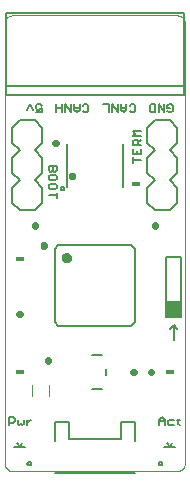
<source format=gto>
G75*
%MOIN*%
%OFA0B0*%
%FSLAX25Y25*%
%IPPOS*%
%LPD*%
%AMOC8*
5,1,8,0,0,1.08239X$1,22.5*
%
%ADD10C,0.00000*%
%ADD11C,0.00500*%
%ADD12C,0.01600*%
%ADD13C,0.00800*%
%ADD14C,0.02200*%
%ADD15R,0.03000X0.01800*%
%ADD16C,0.00600*%
%ADD17C,0.01575*%
%ADD18C,0.00200*%
D10*
X0042595Y0032058D02*
X0042595Y0178933D01*
X0042597Y0179031D01*
X0042603Y0179129D01*
X0042612Y0179227D01*
X0042626Y0179324D01*
X0042643Y0179421D01*
X0042664Y0179517D01*
X0042689Y0179612D01*
X0042717Y0179706D01*
X0042750Y0179798D01*
X0042785Y0179890D01*
X0042825Y0179980D01*
X0042867Y0180068D01*
X0042914Y0180155D01*
X0042963Y0180239D01*
X0043016Y0180322D01*
X0043072Y0180402D01*
X0043132Y0180481D01*
X0043194Y0180557D01*
X0043259Y0180630D01*
X0043327Y0180701D01*
X0043398Y0180769D01*
X0043471Y0180834D01*
X0043547Y0180896D01*
X0043626Y0180956D01*
X0043706Y0181012D01*
X0043789Y0181065D01*
X0043873Y0181114D01*
X0043960Y0181161D01*
X0044048Y0181203D01*
X0044138Y0181243D01*
X0044230Y0181278D01*
X0044322Y0181311D01*
X0044416Y0181339D01*
X0044511Y0181364D01*
X0044607Y0181385D01*
X0044704Y0181402D01*
X0044801Y0181416D01*
X0044899Y0181425D01*
X0044997Y0181431D01*
X0045095Y0181433D01*
X0100095Y0181433D01*
X0100193Y0181431D01*
X0100291Y0181425D01*
X0100389Y0181416D01*
X0100486Y0181402D01*
X0100583Y0181385D01*
X0100679Y0181364D01*
X0100774Y0181339D01*
X0100868Y0181311D01*
X0100960Y0181278D01*
X0101052Y0181243D01*
X0101142Y0181203D01*
X0101230Y0181161D01*
X0101317Y0181114D01*
X0101401Y0181065D01*
X0101484Y0181012D01*
X0101564Y0180956D01*
X0101643Y0180896D01*
X0101719Y0180834D01*
X0101792Y0180769D01*
X0101863Y0180701D01*
X0101931Y0180630D01*
X0101996Y0180557D01*
X0102058Y0180481D01*
X0102118Y0180402D01*
X0102174Y0180322D01*
X0102227Y0180239D01*
X0102276Y0180155D01*
X0102323Y0180068D01*
X0102365Y0179980D01*
X0102405Y0179890D01*
X0102440Y0179798D01*
X0102473Y0179706D01*
X0102501Y0179612D01*
X0102526Y0179517D01*
X0102547Y0179421D01*
X0102564Y0179324D01*
X0102578Y0179227D01*
X0102587Y0179129D01*
X0102593Y0179031D01*
X0102595Y0178933D01*
X0102595Y0032058D01*
X0102593Y0031960D01*
X0102587Y0031862D01*
X0102578Y0031764D01*
X0102564Y0031667D01*
X0102547Y0031570D01*
X0102526Y0031474D01*
X0102501Y0031379D01*
X0102473Y0031285D01*
X0102440Y0031193D01*
X0102405Y0031101D01*
X0102365Y0031011D01*
X0102323Y0030923D01*
X0102276Y0030836D01*
X0102227Y0030752D01*
X0102174Y0030669D01*
X0102118Y0030589D01*
X0102058Y0030510D01*
X0101996Y0030434D01*
X0101931Y0030361D01*
X0101863Y0030290D01*
X0101792Y0030222D01*
X0101719Y0030157D01*
X0101643Y0030095D01*
X0101564Y0030035D01*
X0101484Y0029979D01*
X0101401Y0029926D01*
X0101317Y0029877D01*
X0101230Y0029830D01*
X0101142Y0029788D01*
X0101052Y0029748D01*
X0100960Y0029713D01*
X0100868Y0029680D01*
X0100774Y0029652D01*
X0100679Y0029627D01*
X0100583Y0029606D01*
X0100486Y0029589D01*
X0100389Y0029575D01*
X0100291Y0029566D01*
X0100193Y0029560D01*
X0100095Y0029558D01*
X0045095Y0029558D01*
X0044997Y0029560D01*
X0044899Y0029566D01*
X0044801Y0029575D01*
X0044704Y0029589D01*
X0044607Y0029606D01*
X0044511Y0029627D01*
X0044416Y0029652D01*
X0044322Y0029680D01*
X0044230Y0029713D01*
X0044138Y0029748D01*
X0044048Y0029788D01*
X0043960Y0029830D01*
X0043873Y0029877D01*
X0043789Y0029926D01*
X0043706Y0029979D01*
X0043626Y0030035D01*
X0043547Y0030095D01*
X0043471Y0030157D01*
X0043398Y0030222D01*
X0043327Y0030290D01*
X0043259Y0030361D01*
X0043194Y0030434D01*
X0043132Y0030510D01*
X0043072Y0030589D01*
X0043016Y0030669D01*
X0042963Y0030752D01*
X0042914Y0030836D01*
X0042867Y0030923D01*
X0042825Y0031011D01*
X0042785Y0031101D01*
X0042750Y0031193D01*
X0042717Y0031285D01*
X0042689Y0031379D01*
X0042664Y0031474D01*
X0042643Y0031570D01*
X0042626Y0031667D01*
X0042612Y0031764D01*
X0042603Y0031862D01*
X0042597Y0031960D01*
X0042595Y0032058D01*
D11*
X0044095Y0044808D02*
X0044095Y0047510D01*
X0045446Y0047510D01*
X0045897Y0047060D01*
X0045897Y0046159D01*
X0045446Y0045709D01*
X0044095Y0045709D01*
X0047042Y0045258D02*
X0047492Y0044808D01*
X0047942Y0045258D01*
X0048393Y0044808D01*
X0048843Y0045258D01*
X0048843Y0046610D01*
X0049988Y0046610D02*
X0049988Y0044808D01*
X0049988Y0045709D02*
X0050889Y0046610D01*
X0051339Y0046610D01*
X0047042Y0046610D02*
X0047042Y0045258D01*
X0050095Y0032058D02*
X0050097Y0032108D01*
X0050103Y0032157D01*
X0050113Y0032206D01*
X0050126Y0032253D01*
X0050144Y0032300D01*
X0050165Y0032345D01*
X0050189Y0032388D01*
X0050217Y0032429D01*
X0050248Y0032468D01*
X0050282Y0032504D01*
X0050319Y0032538D01*
X0050359Y0032568D01*
X0050400Y0032595D01*
X0050444Y0032619D01*
X0050489Y0032639D01*
X0050536Y0032655D01*
X0050584Y0032668D01*
X0050633Y0032677D01*
X0050683Y0032682D01*
X0050732Y0032683D01*
X0050782Y0032680D01*
X0050831Y0032673D01*
X0050880Y0032662D01*
X0050927Y0032648D01*
X0050973Y0032629D01*
X0051018Y0032607D01*
X0051061Y0032582D01*
X0051101Y0032553D01*
X0051139Y0032521D01*
X0051175Y0032487D01*
X0051208Y0032449D01*
X0051237Y0032409D01*
X0051263Y0032367D01*
X0051286Y0032323D01*
X0051305Y0032277D01*
X0051321Y0032230D01*
X0051333Y0032181D01*
X0051341Y0032132D01*
X0051345Y0032083D01*
X0051345Y0032033D01*
X0051341Y0031984D01*
X0051333Y0031935D01*
X0051321Y0031886D01*
X0051305Y0031839D01*
X0051286Y0031793D01*
X0051263Y0031749D01*
X0051237Y0031707D01*
X0051208Y0031667D01*
X0051175Y0031629D01*
X0051139Y0031595D01*
X0051101Y0031563D01*
X0051061Y0031534D01*
X0051018Y0031509D01*
X0050973Y0031487D01*
X0050927Y0031468D01*
X0050880Y0031454D01*
X0050831Y0031443D01*
X0050782Y0031436D01*
X0050732Y0031433D01*
X0050683Y0031434D01*
X0050633Y0031439D01*
X0050584Y0031448D01*
X0050536Y0031461D01*
X0050489Y0031477D01*
X0050444Y0031497D01*
X0050400Y0031521D01*
X0050359Y0031548D01*
X0050319Y0031578D01*
X0050282Y0031612D01*
X0050248Y0031648D01*
X0050217Y0031687D01*
X0050189Y0031728D01*
X0050165Y0031771D01*
X0050144Y0031816D01*
X0050126Y0031863D01*
X0050113Y0031910D01*
X0050103Y0031959D01*
X0050097Y0032008D01*
X0050095Y0032058D01*
X0093845Y0032058D02*
X0093847Y0032108D01*
X0093853Y0032157D01*
X0093863Y0032206D01*
X0093876Y0032253D01*
X0093894Y0032300D01*
X0093915Y0032345D01*
X0093939Y0032388D01*
X0093967Y0032429D01*
X0093998Y0032468D01*
X0094032Y0032504D01*
X0094069Y0032538D01*
X0094109Y0032568D01*
X0094150Y0032595D01*
X0094194Y0032619D01*
X0094239Y0032639D01*
X0094286Y0032655D01*
X0094334Y0032668D01*
X0094383Y0032677D01*
X0094433Y0032682D01*
X0094482Y0032683D01*
X0094532Y0032680D01*
X0094581Y0032673D01*
X0094630Y0032662D01*
X0094677Y0032648D01*
X0094723Y0032629D01*
X0094768Y0032607D01*
X0094811Y0032582D01*
X0094851Y0032553D01*
X0094889Y0032521D01*
X0094925Y0032487D01*
X0094958Y0032449D01*
X0094987Y0032409D01*
X0095013Y0032367D01*
X0095036Y0032323D01*
X0095055Y0032277D01*
X0095071Y0032230D01*
X0095083Y0032181D01*
X0095091Y0032132D01*
X0095095Y0032083D01*
X0095095Y0032033D01*
X0095091Y0031984D01*
X0095083Y0031935D01*
X0095071Y0031886D01*
X0095055Y0031839D01*
X0095036Y0031793D01*
X0095013Y0031749D01*
X0094987Y0031707D01*
X0094958Y0031667D01*
X0094925Y0031629D01*
X0094889Y0031595D01*
X0094851Y0031563D01*
X0094811Y0031534D01*
X0094768Y0031509D01*
X0094723Y0031487D01*
X0094677Y0031468D01*
X0094630Y0031454D01*
X0094581Y0031443D01*
X0094532Y0031436D01*
X0094482Y0031433D01*
X0094433Y0031434D01*
X0094383Y0031439D01*
X0094334Y0031448D01*
X0094286Y0031461D01*
X0094239Y0031477D01*
X0094194Y0031497D01*
X0094150Y0031521D01*
X0094109Y0031548D01*
X0094069Y0031578D01*
X0094032Y0031612D01*
X0093998Y0031648D01*
X0093967Y0031687D01*
X0093939Y0031728D01*
X0093915Y0031771D01*
X0093894Y0031816D01*
X0093876Y0031863D01*
X0093863Y0031910D01*
X0093853Y0031959D01*
X0093847Y0032008D01*
X0093845Y0032058D01*
X0094095Y0044808D02*
X0094095Y0046610D01*
X0094996Y0047510D01*
X0095897Y0046610D01*
X0095897Y0044808D01*
X0097042Y0045258D02*
X0097492Y0044808D01*
X0098843Y0044808D01*
X0100439Y0045258D02*
X0100439Y0047060D01*
X0100889Y0046610D02*
X0099988Y0046610D01*
X0098843Y0046610D02*
X0097492Y0046610D01*
X0097042Y0046159D01*
X0097042Y0045258D01*
X0095897Y0046159D02*
X0094095Y0046159D01*
X0100439Y0045258D02*
X0100889Y0044808D01*
X0098845Y0073308D02*
X0098845Y0078308D01*
X0100095Y0077058D01*
X0098845Y0078308D02*
X0097595Y0077058D01*
X0096345Y0080808D02*
X0101345Y0080808D01*
X0101345Y0085808D01*
X0096345Y0085808D01*
X0096345Y0080808D01*
X0096345Y0100808D01*
X0101345Y0100808D01*
X0101345Y0080808D01*
X0096345Y0080808D01*
X0096345Y0081277D02*
X0101345Y0081277D01*
X0101345Y0081775D02*
X0096345Y0081775D01*
X0096345Y0082274D02*
X0101345Y0082274D01*
X0101345Y0082772D02*
X0096345Y0082772D01*
X0096345Y0083271D02*
X0101345Y0083271D01*
X0101345Y0083769D02*
X0096345Y0083769D01*
X0096345Y0084268D02*
X0101345Y0084268D01*
X0101345Y0084766D02*
X0096345Y0084766D01*
X0096345Y0085265D02*
X0101345Y0085265D01*
X0101345Y0085763D02*
X0096345Y0085763D01*
X0085268Y0132308D02*
X0085268Y0134110D01*
X0085268Y0133209D02*
X0087970Y0133209D01*
X0087970Y0135255D02*
X0087970Y0137056D01*
X0087970Y0138201D02*
X0085268Y0138201D01*
X0085268Y0139552D01*
X0085718Y0140003D01*
X0086619Y0140003D01*
X0087069Y0139552D01*
X0087069Y0138201D01*
X0087069Y0139102D02*
X0087970Y0140003D01*
X0087970Y0141148D02*
X0085268Y0141148D01*
X0086169Y0142048D01*
X0085268Y0142949D01*
X0087970Y0142949D01*
X0085268Y0137056D02*
X0085268Y0135255D01*
X0087970Y0135255D01*
X0086619Y0135255D02*
X0086619Y0136155D01*
X0085645Y0149106D02*
X0084744Y0149106D01*
X0084294Y0149556D01*
X0083149Y0150007D02*
X0083149Y0151808D01*
X0084294Y0151358D02*
X0084744Y0151808D01*
X0085645Y0151808D01*
X0086095Y0151358D01*
X0086095Y0149556D01*
X0085645Y0149106D01*
X0083149Y0150007D02*
X0082248Y0149106D01*
X0081347Y0150007D01*
X0081347Y0151808D01*
X0080202Y0151808D02*
X0080202Y0149106D01*
X0078401Y0151808D01*
X0078401Y0149106D01*
X0077256Y0149106D02*
X0077256Y0151808D01*
X0075454Y0151808D01*
X0070470Y0151358D02*
X0070470Y0149556D01*
X0070020Y0149106D01*
X0069119Y0149106D01*
X0068669Y0149556D01*
X0067524Y0150007D02*
X0067524Y0151808D01*
X0068669Y0151358D02*
X0069119Y0151808D01*
X0070020Y0151808D01*
X0070470Y0151358D01*
X0067524Y0150457D02*
X0065722Y0150457D01*
X0065722Y0150007D02*
X0065722Y0151808D01*
X0064577Y0151808D02*
X0064577Y0149106D01*
X0062776Y0151808D01*
X0062776Y0149106D01*
X0061631Y0149106D02*
X0061631Y0151808D01*
X0061631Y0150457D02*
X0059829Y0150457D01*
X0059829Y0149106D02*
X0059829Y0151808D01*
X0054845Y0151358D02*
X0054395Y0151808D01*
X0053494Y0151808D01*
X0053044Y0151358D01*
X0053044Y0150457D01*
X0053494Y0150007D01*
X0053944Y0150007D01*
X0054845Y0150457D01*
X0054845Y0149106D01*
X0053044Y0149106D01*
X0051899Y0150007D02*
X0050998Y0151808D01*
X0050097Y0150007D01*
X0057220Y0131183D02*
X0057220Y0129832D01*
X0057671Y0129382D01*
X0058121Y0129382D01*
X0058571Y0129832D01*
X0058571Y0131183D01*
X0057220Y0131183D02*
X0059922Y0131183D01*
X0059922Y0129832D01*
X0059472Y0129382D01*
X0059022Y0129382D01*
X0058571Y0129832D01*
X0057671Y0128237D02*
X0057220Y0127786D01*
X0057220Y0126885D01*
X0057671Y0126435D01*
X0059472Y0126435D01*
X0059922Y0126885D01*
X0059922Y0127786D01*
X0059472Y0128237D01*
X0057671Y0128237D01*
X0057671Y0125290D02*
X0057220Y0124840D01*
X0057220Y0123939D01*
X0057671Y0123488D01*
X0059472Y0123488D01*
X0059922Y0123939D01*
X0059922Y0124840D01*
X0059472Y0125290D01*
X0057671Y0125290D01*
X0059922Y0122344D02*
X0059922Y0120542D01*
X0059922Y0121443D02*
X0057220Y0121443D01*
X0066623Y0149106D02*
X0065722Y0150007D01*
X0066623Y0149106D02*
X0067524Y0150007D01*
X0081347Y0150457D02*
X0083149Y0150457D01*
X0090901Y0151358D02*
X0090901Y0149556D01*
X0091351Y0149106D01*
X0092702Y0149106D01*
X0092702Y0151808D01*
X0091351Y0151808D01*
X0090901Y0151358D01*
X0093847Y0151808D02*
X0093847Y0149106D01*
X0095649Y0149106D02*
X0093847Y0151808D01*
X0095649Y0151808D02*
X0095649Y0149106D01*
X0096794Y0149556D02*
X0097244Y0149106D01*
X0098145Y0149106D01*
X0098595Y0149556D01*
X0098595Y0151358D01*
X0098145Y0151808D01*
X0097244Y0151808D01*
X0096794Y0151358D01*
X0096794Y0150457D01*
X0097694Y0150457D01*
D12*
X0064554Y0127891D02*
X0064556Y0127930D01*
X0064562Y0127969D01*
X0064572Y0128007D01*
X0064585Y0128044D01*
X0064602Y0128079D01*
X0064622Y0128113D01*
X0064646Y0128144D01*
X0064673Y0128173D01*
X0064702Y0128199D01*
X0064734Y0128222D01*
X0064768Y0128242D01*
X0064804Y0128258D01*
X0064841Y0128270D01*
X0064880Y0128279D01*
X0064919Y0128284D01*
X0064958Y0128285D01*
X0064997Y0128282D01*
X0065036Y0128275D01*
X0065073Y0128264D01*
X0065110Y0128250D01*
X0065145Y0128232D01*
X0065178Y0128211D01*
X0065209Y0128186D01*
X0065237Y0128159D01*
X0065262Y0128129D01*
X0065284Y0128096D01*
X0065303Y0128062D01*
X0065318Y0128026D01*
X0065330Y0127988D01*
X0065338Y0127950D01*
X0065342Y0127911D01*
X0065342Y0127871D01*
X0065338Y0127832D01*
X0065330Y0127794D01*
X0065318Y0127756D01*
X0065303Y0127720D01*
X0065284Y0127686D01*
X0065262Y0127653D01*
X0065237Y0127623D01*
X0065209Y0127596D01*
X0065178Y0127571D01*
X0065145Y0127550D01*
X0065110Y0127532D01*
X0065073Y0127518D01*
X0065036Y0127507D01*
X0064997Y0127500D01*
X0064958Y0127497D01*
X0064919Y0127498D01*
X0064880Y0127503D01*
X0064841Y0127512D01*
X0064804Y0127524D01*
X0064768Y0127540D01*
X0064734Y0127560D01*
X0064702Y0127583D01*
X0064673Y0127609D01*
X0064646Y0127638D01*
X0064622Y0127669D01*
X0064602Y0127703D01*
X0064585Y0127738D01*
X0064572Y0127775D01*
X0064562Y0127813D01*
X0064556Y0127852D01*
X0064554Y0127891D01*
X0055179Y0104766D02*
X0055181Y0104805D01*
X0055187Y0104844D01*
X0055197Y0104882D01*
X0055210Y0104919D01*
X0055227Y0104954D01*
X0055247Y0104988D01*
X0055271Y0105019D01*
X0055298Y0105048D01*
X0055327Y0105074D01*
X0055359Y0105097D01*
X0055393Y0105117D01*
X0055429Y0105133D01*
X0055466Y0105145D01*
X0055505Y0105154D01*
X0055544Y0105159D01*
X0055583Y0105160D01*
X0055622Y0105157D01*
X0055661Y0105150D01*
X0055698Y0105139D01*
X0055735Y0105125D01*
X0055770Y0105107D01*
X0055803Y0105086D01*
X0055834Y0105061D01*
X0055862Y0105034D01*
X0055887Y0105004D01*
X0055909Y0104971D01*
X0055928Y0104937D01*
X0055943Y0104901D01*
X0055955Y0104863D01*
X0055963Y0104825D01*
X0055967Y0104786D01*
X0055967Y0104746D01*
X0055963Y0104707D01*
X0055955Y0104669D01*
X0055943Y0104631D01*
X0055928Y0104595D01*
X0055909Y0104561D01*
X0055887Y0104528D01*
X0055862Y0104498D01*
X0055834Y0104471D01*
X0055803Y0104446D01*
X0055770Y0104425D01*
X0055735Y0104407D01*
X0055698Y0104393D01*
X0055661Y0104382D01*
X0055622Y0104375D01*
X0055583Y0104372D01*
X0055544Y0104373D01*
X0055505Y0104378D01*
X0055466Y0104387D01*
X0055429Y0104399D01*
X0055393Y0104415D01*
X0055359Y0104435D01*
X0055327Y0104458D01*
X0055298Y0104484D01*
X0055271Y0104513D01*
X0055247Y0104544D01*
X0055227Y0104578D01*
X0055210Y0104613D01*
X0055197Y0104650D01*
X0055187Y0104688D01*
X0055181Y0104727D01*
X0055179Y0104766D01*
D13*
X0052595Y0116433D02*
X0047595Y0116433D01*
X0045095Y0118933D01*
X0045095Y0123933D01*
X0047595Y0126433D01*
X0045095Y0128933D01*
X0045095Y0133933D01*
X0047595Y0136433D01*
X0045095Y0138933D01*
X0045095Y0143933D01*
X0047595Y0146433D01*
X0052595Y0146433D01*
X0055095Y0143933D01*
X0055095Y0138933D01*
X0052595Y0136433D01*
X0055095Y0133933D01*
X0055095Y0128933D01*
X0052595Y0126433D01*
X0055095Y0123933D01*
X0055095Y0118933D01*
X0052595Y0116433D01*
X0061180Y0123783D02*
X0061182Y0123830D01*
X0061188Y0123877D01*
X0061198Y0123924D01*
X0061211Y0123969D01*
X0061229Y0124013D01*
X0061250Y0124055D01*
X0061274Y0124096D01*
X0061302Y0124134D01*
X0061333Y0124170D01*
X0061367Y0124203D01*
X0061403Y0124233D01*
X0061442Y0124260D01*
X0061483Y0124284D01*
X0061526Y0124304D01*
X0061570Y0124320D01*
X0061616Y0124333D01*
X0061662Y0124342D01*
X0061710Y0124347D01*
X0061757Y0124348D01*
X0061804Y0124345D01*
X0061851Y0124338D01*
X0061897Y0124327D01*
X0061942Y0124313D01*
X0061986Y0124294D01*
X0062027Y0124272D01*
X0062067Y0124247D01*
X0062105Y0124218D01*
X0062140Y0124187D01*
X0062173Y0124152D01*
X0062202Y0124115D01*
X0062228Y0124076D01*
X0062251Y0124034D01*
X0062270Y0123991D01*
X0062286Y0123946D01*
X0062298Y0123900D01*
X0062306Y0123854D01*
X0062310Y0123807D01*
X0062310Y0123759D01*
X0062306Y0123712D01*
X0062298Y0123666D01*
X0062286Y0123620D01*
X0062270Y0123575D01*
X0062251Y0123532D01*
X0062228Y0123490D01*
X0062202Y0123451D01*
X0062173Y0123414D01*
X0062140Y0123379D01*
X0062105Y0123348D01*
X0062067Y0123319D01*
X0062028Y0123294D01*
X0061986Y0123272D01*
X0061942Y0123253D01*
X0061897Y0123239D01*
X0061851Y0123228D01*
X0061804Y0123221D01*
X0061757Y0123218D01*
X0061710Y0123219D01*
X0061662Y0123224D01*
X0061616Y0123233D01*
X0061570Y0123246D01*
X0061526Y0123262D01*
X0061483Y0123282D01*
X0061442Y0123306D01*
X0061403Y0123333D01*
X0061367Y0123363D01*
X0061333Y0123396D01*
X0061302Y0123432D01*
X0061274Y0123470D01*
X0061250Y0123511D01*
X0061229Y0123553D01*
X0061211Y0123597D01*
X0061198Y0123642D01*
X0061188Y0123689D01*
X0061182Y0123736D01*
X0061180Y0123783D01*
X0042915Y0154760D02*
X0042915Y0157909D01*
X0102364Y0157909D01*
X0102364Y0154760D01*
X0042915Y0154760D01*
X0042915Y0157909D02*
X0042915Y0182319D01*
X0102364Y0182319D01*
X0102364Y0157909D01*
X0097595Y0146433D02*
X0092595Y0146433D01*
X0090095Y0143933D01*
X0090095Y0138933D01*
X0092595Y0136433D01*
X0090095Y0133933D01*
X0090095Y0128933D01*
X0092595Y0126433D01*
X0090095Y0123933D01*
X0090095Y0118933D01*
X0092595Y0116433D01*
X0097595Y0116433D01*
X0100095Y0118933D01*
X0100095Y0123933D01*
X0097595Y0126433D01*
X0100095Y0128933D01*
X0100095Y0133933D01*
X0097595Y0136433D01*
X0100095Y0138933D01*
X0100095Y0143933D01*
X0097595Y0146433D01*
X0074911Y0068283D02*
X0071530Y0068283D01*
X0076411Y0063740D02*
X0076411Y0061626D01*
X0074911Y0057083D02*
X0071530Y0057083D01*
X0063934Y0045779D02*
X0063934Y0040267D01*
X0081257Y0040267D01*
X0081257Y0045779D01*
X0085981Y0045779D01*
X0085981Y0039479D01*
X0085981Y0028849D02*
X0059209Y0028849D01*
X0059209Y0039479D02*
X0059209Y0045779D01*
X0063934Y0045779D01*
X0049406Y0037639D02*
X0047595Y0037639D01*
X0046675Y0038859D01*
X0045784Y0037639D02*
X0047595Y0037639D01*
X0047695Y0037699D02*
X0048455Y0038859D01*
X0095784Y0037639D02*
X0097595Y0037639D01*
X0096675Y0038859D01*
X0097595Y0037639D02*
X0099406Y0037639D01*
X0098455Y0038859D02*
X0097695Y0037699D01*
D14*
X0091465Y0062683D02*
X0091225Y0062683D01*
X0085528Y0062683D02*
X0085288Y0062683D01*
X0056970Y0066313D02*
X0056970Y0066553D01*
X0047715Y0082058D02*
X0047475Y0082058D01*
X0052595Y0111313D02*
X0052595Y0111553D01*
X0059350Y0138933D02*
X0059590Y0138933D01*
X0092595Y0111553D02*
X0092595Y0111313D01*
D15*
X0086345Y0125183D03*
X0097595Y0062683D03*
X0047595Y0062683D03*
X0047595Y0100183D03*
D16*
X0059209Y0103638D02*
X0059209Y0079228D01*
X0060390Y0078047D01*
X0084800Y0078047D01*
X0085981Y0079228D01*
X0085981Y0103638D01*
X0084800Y0104819D01*
X0060390Y0104819D01*
X0059209Y0103638D01*
X0063296Y0124335D02*
X0063296Y0138531D01*
X0081894Y0138531D02*
X0081894Y0124335D01*
D17*
X0062359Y0100685D02*
X0062361Y0100741D01*
X0062367Y0100796D01*
X0062377Y0100850D01*
X0062390Y0100904D01*
X0062408Y0100957D01*
X0062429Y0101008D01*
X0062453Y0101058D01*
X0062481Y0101106D01*
X0062513Y0101152D01*
X0062547Y0101196D01*
X0062585Y0101237D01*
X0062625Y0101275D01*
X0062668Y0101310D01*
X0062713Y0101342D01*
X0062761Y0101371D01*
X0062810Y0101397D01*
X0062861Y0101419D01*
X0062913Y0101437D01*
X0062967Y0101451D01*
X0063022Y0101462D01*
X0063077Y0101469D01*
X0063132Y0101472D01*
X0063188Y0101471D01*
X0063243Y0101466D01*
X0063298Y0101457D01*
X0063352Y0101445D01*
X0063405Y0101428D01*
X0063457Y0101408D01*
X0063507Y0101384D01*
X0063555Y0101357D01*
X0063602Y0101327D01*
X0063646Y0101293D01*
X0063688Y0101256D01*
X0063726Y0101216D01*
X0063763Y0101174D01*
X0063796Y0101129D01*
X0063825Y0101083D01*
X0063852Y0101034D01*
X0063874Y0100983D01*
X0063894Y0100931D01*
X0063909Y0100877D01*
X0063921Y0100823D01*
X0063929Y0100768D01*
X0063933Y0100713D01*
X0063933Y0100657D01*
X0063929Y0100602D01*
X0063921Y0100547D01*
X0063909Y0100493D01*
X0063894Y0100439D01*
X0063874Y0100387D01*
X0063852Y0100336D01*
X0063825Y0100287D01*
X0063796Y0100241D01*
X0063763Y0100196D01*
X0063726Y0100154D01*
X0063688Y0100114D01*
X0063646Y0100077D01*
X0063602Y0100043D01*
X0063555Y0100013D01*
X0063507Y0099986D01*
X0063457Y0099962D01*
X0063405Y0099942D01*
X0063352Y0099925D01*
X0063298Y0099913D01*
X0063243Y0099904D01*
X0063188Y0099899D01*
X0063132Y0099898D01*
X0063077Y0099901D01*
X0063022Y0099908D01*
X0062967Y0099919D01*
X0062913Y0099933D01*
X0062861Y0099951D01*
X0062810Y0099973D01*
X0062761Y0099999D01*
X0062713Y0100028D01*
X0062668Y0100060D01*
X0062625Y0100095D01*
X0062585Y0100133D01*
X0062547Y0100174D01*
X0062513Y0100218D01*
X0062481Y0100264D01*
X0062453Y0100312D01*
X0062429Y0100362D01*
X0062408Y0100413D01*
X0062390Y0100466D01*
X0062377Y0100520D01*
X0062367Y0100574D01*
X0062361Y0100629D01*
X0062359Y0100685D01*
D18*
X0057423Y0058402D02*
X0057423Y0054465D01*
X0051517Y0054465D02*
X0051517Y0058402D01*
M02*

</source>
